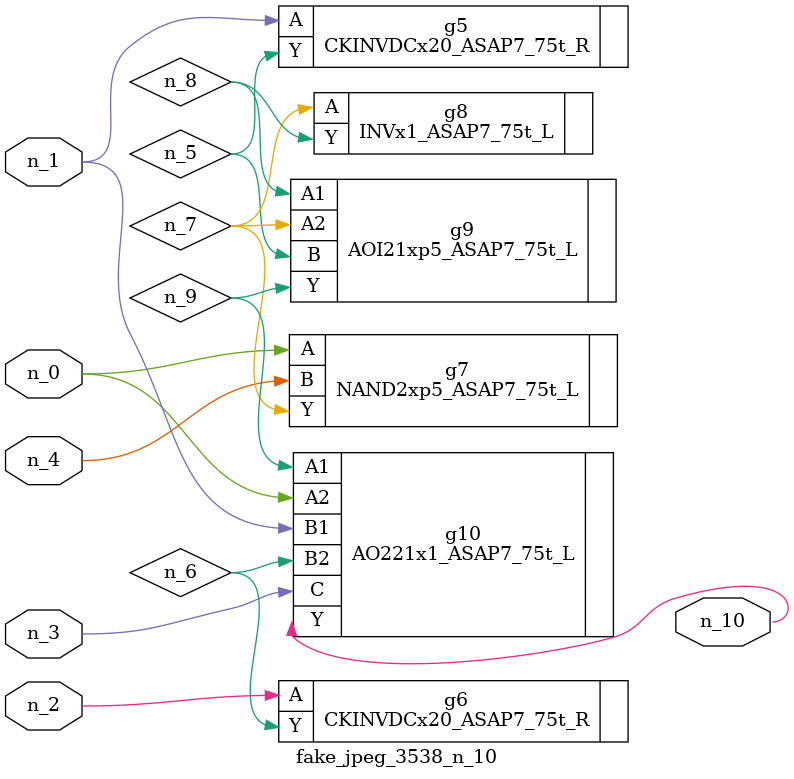
<source format=v>
module fake_jpeg_3538_n_10 (n_3, n_2, n_1, n_0, n_4, n_10);

input n_3;
input n_2;
input n_1;
input n_0;
input n_4;

output n_10;

wire n_8;
wire n_9;
wire n_6;
wire n_5;
wire n_7;

CKINVDCx20_ASAP7_75t_R g5 ( 
.A(n_1),
.Y(n_5)
);

CKINVDCx20_ASAP7_75t_R g6 ( 
.A(n_2),
.Y(n_6)
);

NAND2xp5_ASAP7_75t_L g7 ( 
.A(n_0),
.B(n_4),
.Y(n_7)
);

INVx1_ASAP7_75t_L g8 ( 
.A(n_7),
.Y(n_8)
);

AOI21xp5_ASAP7_75t_L g9 ( 
.A1(n_8),
.A2(n_7),
.B(n_5),
.Y(n_9)
);

AO221x1_ASAP7_75t_L g10 ( 
.A1(n_9),
.A2(n_0),
.B1(n_1),
.B2(n_6),
.C(n_3),
.Y(n_10)
);


endmodule
</source>
